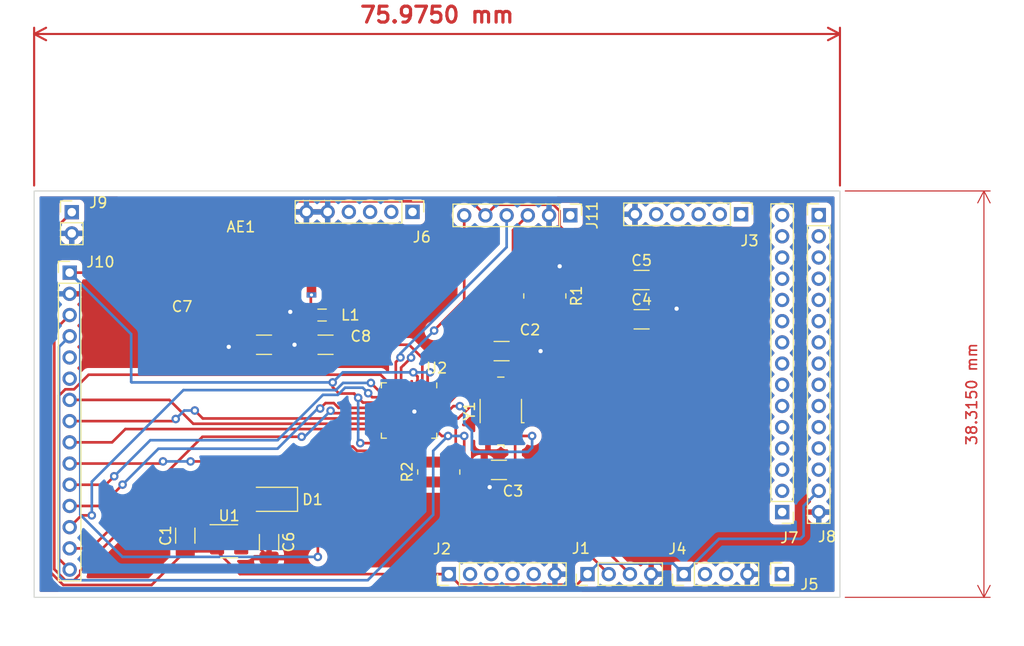
<source format=kicad_pcb>
(kicad_pcb (version 20211014) (generator pcbnew)
  (layers (0 "F.Cu" signal) (31 "B.Cu" signal) (34 "B.Paste" user) (35 "F.Paste" user) (36 "B.SilkS" user "B.Silkscreen") (37 "F.SilkS" user "F.Silkscreen") (38 "B.Mask" user) (39 "F.Mask" user) (44 "Edge.Cuts" user))
  (net 0 "")
  (net 1 "+5V")
  (net 2 "IO.TX")
  (net 3 "IO.RX")
  (net 4 "GND")
  (net 5 "IO.SCK")
  (net 6 "IO.CSB")
  (net 7 "IO.SDI")
  (net 8 "IO.SDO")
  (net 9 "+3.3V")
  (net 10 "F.IO0")
  (net 11 "F.IO1")
  (net 12 "F.CLK")
  (net 13 "F.CSB")
  (net 14 "IO11")
  (net 15 "IO12")
  (net 16 "IO7")
  (net 17 "+1V8")
  (net 18 "IO8")
  (net 19 "IO9")
  (net 20 "IO10")
  (net 21 "IO17")
  (net 22 "IO18")
  (net 23 "IO19")
  (net 24 "IO20")
  (net 25 "IO21")
  (net 26 "IO22")
  (net 27 "IO23")
  (net 28 "IO24")
  (net 29 "IO25")
  (net 30 "IO26")
  (net 31 "IO27")
  (net 32 "IO28")
  (net 33 "IO29")
  (net 34 "IO30")
  (net 35 "IO31")
  (net 36 "IO32")
  (net 37 "IO33")
  (net 38 "IO34")
  (net 39 "IO35")
  (net 40 "IO36")
  (net 41 "IO37")
  (net 43 "Net-(AE1-Pad2)")
  (net 44 "Net-(C2-Pad2)")
  (net 45 "Net-(C3-Pad2)")
  (net 46 "Net-(C6-Pad1)")
  (net 47 "UFL")
  (net 48 "3V3_REG")
  (net 51 "GPIO0")
  (net 52 "GPIO2")
  (net 53 "GPIO4")
  (net 54 "GPIO5")
  (net 55 "GPIO12")
  (net 56 "GPIO13")
  (net 57 "GPIO14")
  (net 58 "GPIO15")
  (net 59 "GPIO16")
  (net 60 "n_RST")
  (net 61 "CH_PD")
  (net 62 "ADC")
  (net 63 "Net-(R1-Pad2)")
  (net 64 "Net-(R2-Pad2)")
  (footprint "Capacitor_SMD:C_1206_3216Metric" (layer "F.Cu") (at 133.725 85.4 180)
    (fp_text reference "C2" (at -2.675 2) (layer "F.SilkS"))
    (fp_text value "6.8pF")
    (pad "1" smd roundrect (at -1.475 0 180) (size 1.15 1.8) (layers "F.Cu" "F.Paste" "F.Mask") (roundrect_rratio 0.217391) (net 4 "GND"))
    (pad "2" smd roundrect (at 1.475 0 180) (size 1.15 1.8) (layers "F.Cu" "F.Paste" "F.Mask") (roundrect_rratio 0.217391) (net 44 "Net-(C2-Pad2)"))
  )
  (footprint "Connector_PinHeader_2.00mm:PinHeader_1x04_P2.00mm_Vertical" (layer "F.Cu") (at 150.9 106.425 90)
    (fp_text reference "J4" (at 2.375 -0.6 180) (layer "F.SilkS"))
    (fp_text value "Conn_01x04_Male")
    (pad "1" thru_hole rect (at 0 0 90) (size 1.35 1.35) (drill 0.8) (layers *.Cu *.Mask) (net 1 "+5V"))
    (pad "2" thru_hole oval (at 0 2 90) (size 1.35 1.35) (drill 0.8) (layers *.Cu *.Mask) (net 14 "IO11"))
    (pad "3" thru_hole oval (at 0 4 90) (size 1.35 1.35) (drill 0.8) (layers *.Cu *.Mask) (net 15 "IO12"))
    (pad "4" thru_hole oval (at 0 6 90) (size 1.35 1.35) (drill 0.8) (layers *.Cu *.Mask) (net 4 "GND"))
  )
  (footprint "Crystal:Crystal_SMD_0603-4Pin_6.0x3.5mm" (layer "F.Cu") (at 133.65 91.05 90)
    (fp_text reference "Y1" (at 0 -2.95 90) (layer "F.SilkS"))
    (fp_text value "26MHz")
    (pad "1" smd rect (at -2.2 1.2 90) (size 1.8 1.4) (layers "F.Cu" "F.Paste" "F.Mask") (net 45 "Net-(C3-Pad2)"))
    (pad "2" smd rect (at 2.2 1.2 90) (size 1.8 1.4) (layers "F.Cu" "F.Paste" "F.Mask") (net 4 "GND"))
    (pad "3" smd rect (at 2.2 -1.2 90) (size 1.8 1.4) (layers "F.Cu" "F.Paste" "F.Mask") (net 44 "Net-(C2-Pad2)"))
    (pad "4" smd rect (at -2.2 -1.2 90) (size 1.8 1.4) (layers "F.Cu" "F.Paste" "F.Mask") (net 4 "GND"))
  )
  (footprint "Capacitor_SMD:C_1206_3216Metric" (layer "F.Cu") (at 146.925 78.7)
    (fp_text reference "C5" (at 0 -1.85) (layer "F.SilkS"))
    (fp_text value "22P")
    (pad "1" smd roundrect (at -1.475 0) (size 1.15 1.8) (layers "F.Cu" "F.Paste" "F.Mask") (roundrect_rratio 0.217391) (net 48 "3V3_REG"))
    (pad "2" smd roundrect (at 1.475 0) (size 1.15 1.8) (layers "F.Cu" "F.Paste" "F.Mask") (roundrect_rratio 0.217391) (net 4 "GND"))
  )
  (footprint "Capacitor_SMD:C_1206_3216Metric" (layer "F.Cu") (at 117.125 84.8 180)
    (fp_text reference "C8" (at -3.325 0.8) (layer "F.SilkS"))
    (fp_text value "2.4pF")
    (pad "1" smd roundrect (at -1.475 0 180) (size 1.15 1.8) (layers "F.Cu" "F.Paste" "F.Mask") (roundrect_rratio 0.217391) (net 47 "UFL"))
    (pad "2" smd roundrect (at 1.475 0 180) (size 1.15 1.8) (layers "F.Cu" "F.Paste" "F.Mask") (roundrect_rratio 0.217391) (net 4 "GND"))
  )
  (footprint "Connector_PinHeader_2.00mm:PinHeader_1x04_P2.00mm_Vertical" (layer "F.Cu") (at 141.825 106.425 90)
    (fp_text reference "J1" (at 2.425 -0.625 180) (layer "F.SilkS"))
    (fp_text value "Conn_01x04_Male")
    (pad "1" thru_hole rect (at 0 0 90) (size 1.35 1.35) (drill 0.8) (layers *.Cu *.Mask) (net 1 "+5V"))
    (pad "2" thru_hole oval (at 0 2 90) (size 1.35 1.35) (drill 0.8) (layers *.Cu *.Mask) (net 2 "IO.TX"))
    (pad "3" thru_hole oval (at 0 4 90) (size 1.35 1.35) (drill 0.8) (layers *.Cu *.Mask) (net 3 "IO.RX"))
    (pad "4" thru_hole oval (at 0 6 90) (size 1.35 1.35) (drill 0.8) (layers *.Cu *.Mask) (net 4 "GND"))
  )
  (footprint "Connector_PinHeader_2.00mm:PinHeader_1x06_P2.00mm_Vertical" (layer "F.Cu") (at 156.3 72.5 -90)
    (fp_text reference "J3" (at 2.5 -0.8 180) (layer "F.SilkS"))
    (fp_text value "Conn_01x06_Male")
    (pad "1" thru_hole rect (at 0 0 270) (size 1.35 1.35) (drill 0.8) (layers *.Cu *.Mask) (net 9 "+3.3V"))
    (pad "2" thru_hole oval (at 0 2 270) (size 1.35 1.35) (drill 0.8) (layers *.Cu *.Mask) (net 10 "F.IO0"))
    (pad "3" thru_hole oval (at 0 4 270) (size 1.35 1.35) (drill 0.8) (layers *.Cu *.Mask) (net 11 "F.IO1"))
    (pad "4" thru_hole oval (at 0 6 270) (size 1.35 1.35) (drill 0.8) (layers *.Cu *.Mask) (net 12 "F.CLK"))
    (pad "5" thru_hole oval (at 0 8 270) (size 1.35 1.35) (drill 0.8) (layers *.Cu *.Mask) (net 13 "F.CSB"))
    (pad "6" thru_hole oval (at 0 10 270) (size 1.35 1.35) (drill 0.8) (layers *.Cu *.Mask) (net 4 "GND"))
  )
  (footprint "Connector_PinHeader_2.00mm:PinHeader_1x06_P2.00mm_Vertical" (layer "F.Cu") (at 125.325 72.275 -90)
    (fp_text reference "J6" (at 2.375 -0.875) (layer "F.SilkS"))
    (fp_text value "Conn_01x06_Male")
    (pad "1" thru_hole rect (at 0 0 270) (size 1.35 1.35) (drill 0.8) (layers *.Cu *.Mask) (net 17 "+1V8"))
    (pad "2" thru_hole oval (at 0 2 270) (size 1.35 1.35) (drill 0.8) (layers *.Cu *.Mask) (net 17 "+1V8"))
    (pad "3" thru_hole oval (at 0 4 270) (size 1.35 1.35) (drill 0.8) (layers *.Cu *.Mask) (net 9 "+3.3V"))
    (pad "4" thru_hole oval (at 0 6 270) (size 1.35 1.35) (drill 0.8) (layers *.Cu *.Mask) (net 9 "+3.3V"))
    (pad "5" thru_hole oval (at 0 8 270) (size 1.35 1.35) (drill 0.8) (layers *.Cu *.Mask) (net 4 "GND"))
    (pad "6" thru_hole oval (at 0 10 270) (size 1.35 1.35) (drill 0.8) (layers *.Cu *.Mask) (net 4 "GND"))
  )
  (footprint "Connector_PinHeader_2.00mm:PinHeader_1x06_P2.00mm_Vertical" (layer "F.Cu") (at 128.75 106.425 90)
    (fp_text reference "J2" (at 2.375 -0.65 180) (layer "F.SilkS"))
    (fp_text value "Conn_01x06_Male")
    (pad "1" thru_hole rect (at 0 0 90) (size 1.35 1.35) (drill 0.8) (layers *.Cu *.Mask) (net 1 "+5V"))
    (pad "2" thru_hole oval (at 0 2 90) (size 1.35 1.35) (drill 0.8) (layers *.Cu *.Mask) (net 5 "IO.SCK"))
    (pad "3" thru_hole oval (at 0 4 90) (size 1.35 1.35) (drill 0.8) (layers *.Cu *.Mask) (net 6 "IO.CSB"))
    (pad "4" thru_hole oval (at 0 6 90) (size 1.35 1.35) (drill 0.8) (layers *.Cu *.Mask) (net 7 "IO.SDI"))
    (pad "5" thru_hole oval (at 0 8 90) (size 1.35 1.35) (drill 0.8) (layers *.Cu *.Mask) (net 8 "IO.SDO"))
    (pad "6" thru_hole oval (at 0 10 90) (size 1.35 1.35) (drill 0.8) (layers *.Cu *.Mask) (net 4 "GND"))
  )
  (footprint "Package_TO_SOT_SMD:SOT-23-5" (layer "F.Cu") (at 108.0375 103.325)
    (fp_text reference "U1" (at 0 -2.4) (layer "F.SilkS"))
    (fp_text value "AP2127K-3.3")
    (pad "1" smd roundrect (at -1.1375 -0.95) (size 1.325 0.6) (layers "F.Cu" "F.Paste" "F.Mask") (net 1 "+5V"))
    (pad "2" smd roundrect (at -1.1375 0) (size 1.325 0.6) (layers "F.Cu" "F.Paste" "F.Mask") (net 4 "GND"))
    (pad "3" smd roundrect (at -1.1375 0.95) (size 1.325 0.6) (layers "F.Cu" "F.Paste" "F.Mask") (net 1 "+5V"))
    (pad "4" smd roundrect (at 1.1375 0.95) (size 1.325 0.6) (layers "F.Cu" "F.Paste" "F.Mask"))
    (pad "5" smd roundrect (at 1.1375 -0.95) (size 1.325 0.6) (layers "F.Cu" "F.Paste" "F.Mask") (net 46 "Net-(C6-Pad1)"))
  )
  (footprint "RF_Antenna:Texas_SWRA117D_2.4GHz_Left" (layer "F.Cu") (at 113.7 80.1)
    (fp_text reference "AE1" (at -4.55 -6.41) (layer "F.SilkS"))
    (fp_text value "Antenna_Chip")
    (fp_poly (pts (xy -2.45 -2.51) (xy -4.45 -2.51) (xy -4.45 -5.15) (xy -7.15 -5.15) (xy -7.15 -2.51) (xy -9.15 -2.51) (xy -9.15 -5.15) (xy -11.85 -5.15) (xy -11.85 -0.71) (xy -11.35 -0.71) (xy -11.35 -4.65) (xy -9.65 -4.65) (xy -9.65 -2.01) (xy -6.65 -2.01) (xy -6.65 -4.65) (xy -4.95 -4.65) (xy -4.95 -2.01) (xy -1.95 -2.01) (xy -1.95 -4.65) (xy -0.25 -4.65) (xy -0.25 0.25) (xy 0.25 0.25) (xy 0.25 -4.65) (xy 1.65 -4.65) (xy 1.65 0.25) (xy 2.55 0.25) (xy 2.55 0.006785) (xy 2.247583 0.006785) (xy 2.237742 0.054395) (xy 2.213674 0.096797) (xy 2.175731 0.129581) (xy 2.167819 0.133935) (xy 2.125156 0.146043) (xy 2.076637 0.1453) (xy 2.031122 0.1324) (xy 2.012511 0.121787) (xy 1.978868 0.086553) (xy 1.958309 0.041368) (xy 1.951778 -0.008158) (xy 1.960218 -0.056417) (xy 1.977112 -0.088643) (xy 2.012372 -0.121313) (xy 2.057682 -0.141408) (xy 2.107267 -0.147982) (xy 2.155353 -0.140092) (xy 2.188245 -0.123186) (xy 2.223185 -0.086416) (xy 2.242847 -0.041622) (xy 2.247583 0.006785) (xy 2.55 0.006785) (xy 2.55 -5.15) (xy -2.45 -5.15) (xy -2.45 -2.51)) (layer "F.Cu") (width 0) (fill solid))
    (pad "1" connect rect (at 0 0) (size 0.5 0.5) (layers "F.Cu") (net 4 "GND"))
    (pad "2" thru_hole rect (at 2.1 0) (size 0.9 0.5) (drill 0.3) (layers *.Cu) (net 43 "Net-(AE1-Pad2)"))
  )
  (footprint "Connector_PinHeader_2.00mm:PinHeader_1x15_P2.00mm_Vertical" (layer "F.Cu") (at 160.175 100.575 180)
    (fp_text reference "J7" (at -0.675 -2.425) (layer "F.SilkS"))
    (fp_text value "Conn_01x15_Male")
    (pad "1" thru_hole rect (at 0 0 180) (size 1.35 1.35) (drill 0.8) (layers *.Cu *.Mask) (net 16 "IO7"))
    (pad "2" thru_hole oval (at 0 2 180) (size 1.35 1.35) (drill 0.8) (layers *.Cu *.Mask) (net 18 "IO8"))
    (pad "3" thru_hole oval (at 0 4 180) (size 1.35 1.35) (drill 0.8) (layers *.Cu *.Mask) (net 19 "IO9"))
    (pad "4" thru_hole oval (at 0 6 180) (size 1.35 1.35) (drill 0.8) (layers *.Cu *.Mask) (net 20 "IO10"))
    (pad "5" thru_hole oval (at 0 8 180) (size 1.35 1.35) (drill 0.8) (layers *.Cu *.Mask) (net 14 "IO11"))
    (pad "6" thru_hole oval (at 0 10 180) (size 1.35 1.35) (drill 0.8) (layers *.Cu *.Mask) (net 15 "IO12"))
    (pad "7" thru_hole oval (at 0 12 180) (size 1.35 1.35) (drill 0.8) (layers *.Cu *.Mask) (net 21 "IO17"))
    (pad "8" thru_hole oval (at 0 14 180) (size 1.35 1.35) (drill 0.8) (layers *.Cu *.Mask) (net 22 "IO18"))
    (pad "9" thru_hole oval (at 0 16 180) (size 1.35 1.35) (drill 0.8) (layers *.Cu *.Mask) (net 23 "IO19"))
    (pad "10" thru_hole oval (at 0 18 180) (size 1.35 1.35) (drill 0.8) (layers *.Cu *.Mask) (net 24 "IO20"))
    (pad "11" thru_hole oval (at 0 20 180) (size 1.35 1.35) (drill 0.8) (layers *.Cu *.Mask) (net 25 "IO21"))
    (pad "12" thru_hole oval (at 0 22 180) (size 1.35 1.35) (drill 0.8) (layers *.Cu *.Mask) (net 26 "IO22"))
    (pad "13" thru_hole oval (at 0 24 180) (size 1.35 1.35) (drill 0.8) (layers *.Cu *.Mask) (net 27 "IO23"))
    (pad "14" thru_hole oval (at 0 26 180) (size 1.35 1.35) (drill 0.8) (layers *.Cu *.Mask) (net 28 "IO24"))
    (pad "15" thru_hole oval (at 0 28 180) (size 1.35 1.35) (drill 0.8) (layers *.Cu *.Mask) (net 29 "IO25"))
  )
  (footprint "Capacitor_SMD:C_1206_3216Metric" (layer "F.Cu") (at 133.475 96.6)
    (fp_text reference "C3" (at 1.325 2) (layer "F.SilkS"))
    (fp_text value "6.8pF")
    (pad "1" smd roundrect (at -1.475 0) (size 1.15 1.8) (layers "F.Cu" "F.Paste" "F.Mask") (roundrect_rratio 0.217391) (net 4 "GND"))
    (pad "2" smd roundrect (at 1.475 0) (size 1.15 1.8) (layers "F.Cu" "F.Paste" "F.Mask") (roundrect_rratio 0.217391) (net 45 "Net-(C3-Pad2)"))
  )
  (footprint "Capacitor_SMD:C_1206_3216Metric" (layer "F.Cu") (at 146.925 82.4)
    (fp_text reference "C4" (at 0 -1.85) (layer "F.SilkS"))
    (fp_text value "22P")
    (pad "1" smd roundrect (at -1.475 0) (size 1.15 1.8) (layers "F.Cu" "F.Paste" "F.Mask") (roundrect_rratio 0.217391) (net 48 "3V3_REG"))
    (pad "2" smd roundrect (at 1.475 0) (size 1.15 1.8) (layers "F.Cu" "F.Paste" "F.Mask") (roundrect_rratio 0.217391) (net 4 "GND"))
  )
  (footprint "Diode_SMD:D_1206_3216Metric" (layer "F.Cu") (at 112.2 99.375 180)
    (fp_text reference "D1" (at -3.7 -0.025) (layer "F.SilkS"))
    (fp_text value "D_Schottky")
    (pad "1" smd roundrect (at -1.4 0 180) (size 1.25 1.75) (layers "F.Cu" "F.Paste" "F.Mask") (roundrect_rratio 0.2) (net 48 "3V3_REG"))
    (pad "2" smd roundrect (at 1.4 0 180) (size 1.25 1.75) (layers "F.Cu" "F.Paste" "F.Mask") (roundrect_rratio 0.2) (net 46 "Net-(C6-Pad1)"))
  )
  (footprint "Capacitor_SMD:C_1206_3216Metric" (layer "F.Cu") (at 111.325 84.8 180)
    (fp_text reference "C7" (at 7.725 3.6) (layer "F.SilkS"))
    (fp_text value "2.4pF")
    (pad "1" smd roundrect (at -1.475 0 180) (size 1.15 1.8) (layers "F.Cu" "F.Paste" "F.Mask") (roundrect_rratio 0.217391) (net 43 "Net-(AE1-Pad2)"))
    (pad "2" smd roundrect (at 1.475 0 180) (size 1.15 1.8) (layers "F.Cu" "F.Paste" "F.Mask") (roundrect_rratio 0.217391) (net 4 "GND"))
  )
  (footprint "Capacitor_SMD:C_1206_3216Metric" (layer "F.Cu") (at 111.8 103.4 -90)
    (fp_text reference "C6" (at 0 -1.85 90) (layer "F.SilkS"))
    (fp_text value "1 uF")
    (pad "1" smd roundrect (at -1.475 0 270) (size 1.15 1.8) (layers "F.Cu" "F.Paste" "F.Mask") (roundrect_rratio 0.217391) (net 46 "Net-(C6-Pad1)"))
    (pad "2" smd roundrect (at 1.475 0 270) (size 1.15 1.8) (layers "F.Cu" "F.Paste" "F.Mask") (roundrect_rratio 0.217391) (net 4 "GND"))
  )
  (footprint "Inductor_SMD:L_0805_2012Metric" (layer "F.Cu") (at 116.8 82)
    (fp_text reference "L1" (at 2.6625 0) (layer "F.SilkS"))
    (fp_text value "2.2nH")
    (pad "1" smd roundrect (at -1.0625 0) (size 0.875 1.2) (layers "F.Cu" "F.Paste" "F.Mask") (net 43 "Net-(AE1-Pad2)"))
    (pad "2" smd roundrect (at 1.0625 0) (size 0.875 1.2) (layers "F.Cu" "F.Paste" "F.Mask") (net 47 "UFL"))
  )
  (footprint "Connector_PinHeader_2.00mm:PinHeader_1x15_P2.00mm_Vertical" (layer "F.Cu") (at 93 78)
    (fp_text reference "J10" (at 2.9 -1) (layer "F.SilkS"))
    (fp_text value "Conn_01x15")
    (pad "1" thru_hole rect (at 0 0) (size 1.35 1.35) (drill 0.8) (layers *.Cu *.Mask) (net 48 "3V3_REG"))
    (pad "2" thru_hole oval (at 0 2) (size 1.35 1.35) (drill 0.8) (layers *.Cu *.Mask) (net 4 "GND"))
    (pad "3" thru_hole oval (at 0 4) (size 1.35 1.35) (drill 0.8) (layers *.Cu *.Mask) (net 2 "IO.TX"))
    (pad "4" thru_hole oval (at 0 6) (size 1.35 1.35) (drill 0.8) (layers *.Cu *.Mask) (net 3 "IO.RX"))
    (pad "5" thru_hole oval (at 0 8) (size 1.35 1.35) (drill 0.8) (layers *.Cu *.Mask))
    (pad "6" thru_hole oval (at 0 10) (size 1.35 1.35) (drill 0.8) (layers *.Cu *.Mask))
    (pad "7" thru_hole oval (at 0 12) (size 1.35 1.35) (drill 0.8) (layers *.Cu *.Mask) (net 51 "GPIO0"))
    (pad "8" thru_hole oval (at 0 14) (size 1.35 1.35) (drill 0.8) (layers *.Cu *.Mask) (net 52 "GPIO2"))
    (pad "9" thru_hole oval (at 0 16) (size 1.35 1.35) (drill 0.8) (layers *.Cu *.Mask) (net 53 "GPIO4"))
    (pad "10" thru_hole oval (at 0 18) (size 1.35 1.35) (drill 0.8) (layers *.Cu *.Mask) (net 54 "GPIO5"))
    (pad "11" thru_hole oval (at 0 20) (size 1.35 1.35) (drill 0.8) (layers *.Cu *.Mask) (net 55 "GPIO12"))
    (pad "12" thru_hole oval (at 0 22) (size 1.35 1.35) (drill 0.8) (layers *.Cu *.Mask) (net 56 "GPIO13"))
    (pad "13" thru_hole oval (at 0 24) (size 1.35 1.35) (drill 0.8) (layers *.Cu *.Mask) (net 57 "GPIO14"))
    (pad "14" thru_hole oval (at 0 26) (size 1.35 1.35) (drill 0.8) (layers *.Cu *.Mask) (net 58 "GPIO15"))
    (pad "15" thru_hole oval (at 0 28) (size 1.35 1.35) (drill 0.8) (layers *.Cu *.Mask) (net 59 "GPIO16"))
  )
  (footprint "Connector_PinHeader_2.00mm:PinHeader_1x15_P2.00mm_Vertical" (layer "F.Cu") (at 163.625 72.575)
    (fp_text reference "J8" (at 0.775 30.325) (layer "F.SilkS"))
    (fp_text value "Conn_01x15_Male")
    (pad "1" thru_hole rect (at 0 0) (size 1.35 1.35) (drill 0.8) (layers *.Cu *.Mask) (net 30 "IO26"))
    (pad "2" thru_hole oval (at 0 2) (size 1.35 1.35) (drill 0.8) (layers *.Cu *.Mask) (net 31 "IO27"))
    (pad "3" thru_hole oval (at 0 4) (size 1.35 1.35) (drill 0.8) (layers *.Cu *.Mask) (net 32 "IO28"))
    (pad "4" thru_hole oval (at 0 6) (size 1.35 1.35) (drill 0.8) (layers *.Cu *.Mask) (net 33 "IO29"))
    (pad "5" thru_hole oval (at 0 8) (size 1.35 1.35) (drill 0.8) (layers *.Cu *.Mask) (net 34 "IO30"))
    (pad "6" thru_hole oval (at 0 10) (size 1.35 1.35) (drill 0.8) (layers *.Cu *.Mask) (net 35 "IO31"))
    (pad "7" thru_hole oval (at 0 12) (size 1.35 1.35) (drill 0.8) (layers *.Cu *.Mask) (net 36 "IO32"))
    (pad "8" thru_hole oval (at 0 14) (size 1.35 1.35) (drill 0.8) (layers *.Cu *.Mask) (net 37 "IO33"))
    (pad "9" thru_hole oval (at 0 16) (size 1.35 1.35) (drill 0.8) (layers *.Cu *.Mask) (net 38 "IO34"))
    (pad "10" thru_hole oval (at 0 18) (size 1.35 1.35) (drill 0.8) (layers *.Cu *.Mask) (net 39 "IO35"))
    (pad "11" thru_hole oval (at 0 20) (size 1.35 1.35) (drill 0.8) (layers *.Cu *.Mask) (net 40 "IO36"))
    (pad "12" thru_hole oval (at 0 22) (size 1.35 1.35) (drill 0.8) (layers *.Cu *.Mask) (net 41 "IO37"))
    (pad "13" thru_hole oval (at 0 24) (size 1.35 1.35) (drill 0.8) (layers *.Cu *.Mask))
    (pad "14" thru_hole oval (at 0 26) (size 1.35 1.35) (drill 0.8) (layers *.Cu *.Mask) (net 1 "+5V"))
    (pad "15" thru_hole oval (at 0 28) (size 1.35 1.35) (drill 0.8) (layers *.Cu *.Mask) (net 4 "GND"))
  )
  (footprint "Package_DFN_QFN:QFN-32-1EP_5x5mm_P0.5mm_EP3.45x3.45mm" (layer "F.Cu") (at 125 91 -90)
    (fp_text reference "U2" (at -4 -2.6 180) (layer "F.SilkS"))
    (fp_text value "ESP8266EX")
    (pad "1" smd roundrect (at -2.4375 -1.75 270) (size 0.875 0.25) (layers "F.Cu" "F.Paste" "F.Mask") (net 48 "3V3_REG"))
    (pad "2" smd roundrect (at -2.4375 -1.25 270) (size 0.875 0.25) (layers "F.Cu" "F.Paste" "F.Mask") (net 47 "UFL"))
    (pad "3" smd roundrect (at -2.4375 -0.75 270) (size 0.875 0.25) (layers "F.Cu" "F.Paste" "F.Mask") (net 48 "3V3_REG"))
    (pad "4" smd roundrect (at -2.4375 -0.25 270) (size 0.875 0.25) (layers "F.Cu" "F.Paste" "F.Mask") (net 48 "3V3_REG"))
    (pad "5" smd roundrect (at -2.4375 0.25 270) (size 0.875 0.25) (layers "F.Cu" "F.Paste" "F.Mask"))
    (pad "6" smd roundrect (at -2.4375 0.75 270) (size 0.875 0.25) (layers "F.Cu" "F.Paste" "F.Mask") (net 62 "ADC"))
    (pad "7" smd roundrect (at -2.4375 1.25 270) (size 0.875 0.25) (layers "F.Cu" "F.Paste" "F.Mask") (net 61 "CH_PD"))
    (pad "8" smd roundrect (at -2.4375 1.75 270) (size 0.875 0.25) (layers "F.Cu" "F.Paste" "F.Mask") (net 59 "GPIO16"))
    (pad "9" smd roundrect (at -1.75 2.4375 270) (size 0.25 0.875) (layers "F.Cu" "F.Paste" "F.Mask") (net 57 "GPIO14"))
    (pad "10" smd roundrect (at -1.25 2.4375 270) (size 0.25 0.875) (layers "F.Cu" "F.Paste" "F.Mask") (net 55 "GPIO12"))
    (pad "11" smd roundrect (at -0.75 2.4375 270) (size 0.25 0.875) (layers "F.Cu" "F.Paste" "F.Mask") (net 48 "3V3_REG"))
    (pad "12" smd roundrect (at -0.25 2.4375 270) (size 0.25 0.875) (layers "F.Cu" "F.Paste" "F.Mask") (net 56 "GPIO13"))
    (pad "13" smd roundrect (at 0.25 2.4375 270) (size 0.25 0.875) (layers "F.Cu" "F.Paste" "F.Mask") (net 58 "GPIO15"))
    (pad "14" smd roundrect (at 0.75 2.4375 270) (size 0.25 0.875) (layers "F.Cu" "F.Paste" "F.Mask") (net 52 "GPIO2"))
    (pad "15" smd roundrect (at 1.25 2.4375 270) (size 0.25 0.875) (layers "F.Cu" "F.Paste" "F.Mask") (net 51 "GPIO0"))
    (pad "16" smd roundrect (at 1.75 2.4375 270) (size 0.25 0.875) (layers "F.Cu" "F.Paste" "F.Mask") (net 53 "GPIO4"))
    (pad "17" smd roundrect (at 2.4375 1.75 270) (size 0.875 0.25) (layers "F.Cu" "F.Paste" "F.Mask") (net 48 "3V3_REG"))
    (pad "18" smd roundrect (at 2.4375 1.25 270) (size 0.875 0.25) (layers "F.Cu" "F.Paste" "F.Mask"))
    (pad "19" smd roundrect (at 2.4375 0.75 270) (size 0.875 0.25) (layers "F.Cu" "F.Paste" "F.Mask"))
    (pad "20" smd roundrect (at 2.4375 0.25 270) (size 0.875 0.25) (layers "F.Cu" "F.Paste" "F.Mask"))
    (pad "21" smd roundrect (at 2.4375 -0.25 270) (size 0.875 0.25) (layers "F.Cu" "F.Paste" "F.Mask"))
    (pad "22" smd roundrect (at 2.4375 -0.75 270) (size 0.875 0.25) (layers "F.Cu" "F.Paste" "F.Mask"))
    (pad "23" smd roundrect (at 2.4375 -1.25 270) (size 0.875 0.25) (layers "F.Cu" "F.Paste" "F.Mask"))
    (pad "24" smd roundrect (at 2.4375 -1.75 270) (size 0.875 0.25) (layers "F.Cu" "F.Paste" "F.Mask") (net 54 "GPIO5"))
    (pad "25" smd roundrect (at 1.75 -2.4375 270) (size 0.25 0.875) (layers "F.Cu" "F.Paste" "F.Mask") (net 3 "IO.RX"))
    (pad "26" smd roundrect (at 1.25 -2.4375 270) (size 0.25 0.875) (layers "F.Cu" "F.Paste" "F.Mask") (net 64 "Net-(R2-Pad2)"))
    (pad "27" smd roundrect (at 0.75 -2.4375 270) (size 0.25 0.875) (layers "F.Cu" "F.Paste" "F.Mask") (net 44 "Net-(C2-Pad2)"))
    (pad "28" smd roundrect (at 0.25 -2.4375 270) (size 0.25 0.875) (layers "F.Cu" "F.Paste" "F.Mask") (net 45 "Net-(C3-Pad2)"))
    (pad "29" smd roundrect (at -0.25 -2.4375 270) (size 0.25 0.875) (layers "F.Cu" "F.Paste" "F.Mask") (net 48 "3V3_REG"))
    (pad "30" smd roundrect (at -0.75 -2.4375 270) (size 0.25 0.875) (layers "F.Cu" "F.Paste" "F.Mask") (net 48 "3V3_REG"))
    (pad "31" smd roundrect (at -1.25 -2.4375 270) (size 0.25 0.875) (layers "F.Cu" "F.Paste" "F.Mask") (net 63 "Net-(R1-Pad2)"))
    (pad "32" smd roundrect (at -1.75 -2.4375 270) (size 0.25 0.875) (layers "F.Cu" "F.Paste" "F.Mask") (net 60 "n_RST"))
    (pad "33" smd rect (at 0 0 270) (size 3.45 3.45) (layers "F.Cu" "F.Mask") (net 4 "GND"))
  )
  (footprint "Resistor_SMD:R_0815_2038Metric" (layer "F.Cu") (at 137.8 80.2 -90)
    (fp_text reference "R1" (at 0 -2.98 90) (layer "F.SilkS"))
    (fp_text value "R")
    (pad "1" smd roundrect (at -0.9375 0 270) (size 1.025 4.05) (layers "F.Cu" "F.Paste" "F.Mask") (roundrect_rratio 0.243902) (net 4 "GND"))
    (pad "2" smd roundrect (at 0.9375 0 270) (size 1.025 4.05) (layers "F.Cu" "F.Paste" "F.Mask") (roundrect_rratio 0.243902) (net 63 "Net-(R1-Pad2)"))
  )
  (footprint "Connector_PinHeader_2.00mm:PinHeader_1x01_P2.00mm_Vertical" (layer "F.Cu") (at 160.15 106.425)
    (fp_text reference "J5" (at 2.6 0.975) (layer "F.SilkS"))
    (fp_text value "Conn_01x01_Male")
    (pad "1" thru_hole rect (at 0 0) (size 1.35 1.35) (drill 0.8) (layers *.Cu *.Mask) (net 16 "IO7"))
  )
  (footprint "Resistor_SMD:R_0815_2038Metric" (layer "F.Cu") (at 127.8 96.8 90)
    (fp_text reference "R2" (at 0 -2.98 90) (layer "F.SilkS"))
    (fp_text value "499")
    (pad "1" smd roundrect (at -0.9375 0 90) (size 1.025 4.05) (layers "F.Cu" "F.Paste" "F.Mask") (roundrect_rratio 0.243902) (net 2 "IO.TX"))
    (pad "2" smd roundrect (at 0.9375 0 90) (size 1.025 4.05) (layers "F.Cu" "F.Paste" "F.Mask") (roundrect_rratio 0.243902) (net 64 "Net-(R2-Pad2)"))
  )
  (footprint "Capacitor_SMD:C_1206_3216Metric" (layer "F.Cu") (at 103.9 102.8 90)
    (fp_text reference "C1" (at 0 -1.85 90) (layer "F.SilkS"))
    (fp_text value "1 uF")
    (pad "1" smd roundrect (at -1.475 0 90) (size 1.15 1.8) (layers "F.Cu" "F.Paste" "F.Mask") (roundrect_rratio 0.217391) (net 1 "+5V"))
    (pad "2" smd roundrect (at 1.475 0 90) (size 1.15 1.8) (layers "F.Cu" "F.Paste" "F.Mask") (roundrect_rratio 0.217391) (net 4 "GND"))
  )
  (footprint "Connector_PinHeader_2.00mm:PinHeader_1x06_P2.00mm_Vertical" (layer "F.Cu") (at 140.2 72.6 -90)
    (fp_text reference "J11" (at 0 -2.06 90) (layer "F.SilkS"))
    (fp_text value "Conn_01x06")
    (pad "1" thru_hole rect (at 0 0 270) (size 1.35 1.35) (drill 0.8) (layers *.Cu *.Mask))
    (pad "2" thru_hole oval (at 0 2 270) (size 1.35 1.35) (drill 0.8) (layers *.Cu *.Mask) (net 4 "GND"))
    (pad "3" thru_hole oval (at 0 4 270) (size 1.35 1.35) (drill 0.8) (layers *.Cu *.Mask) (net 60 "n_RST"))
    (pad "4" thru_hole oval (at 0 6 270) (size 1.35 1.35) (drill 0.8) (layers *.Cu *.Mask) (net 61 "CH_PD"))
    (pad "5" thru_hole oval (at 0 8 270) (size 1.35 1.35) (drill 0.8) (layers *.Cu *.Mask) (net 48 "3V3_REG"))
    (pad "6" thru_hole oval (at 0 10 270) (size 1.35 1.35) (drill 0.8) (layers *.Cu *.Mask) (net 62 "ADC"))
  )
  (footprint "Connector_PinHeader_2.00mm:PinHeader_1x02_P2.00mm_Vertical" (layer "F.Cu") (at 93.2 72.3)
    (fp_text reference "J9" (at 2.5 -0.9) (layer "F.SilkS"))
    (fp_text value "Conn_01x02_Male")
    (pad "1" thru_hole rect (at 0 0) (size 1.35 1.35) (drill 0.8) (layers *.Cu *.Mask) (net 1 "+5V"))
    (pad "2" thru_hole oval (at 0 2) (size 1.35 1.35) (drill 0.8) (layers *.Cu *.Mask) (net 4 "GND"))
  )
  (gr_rect (start 89.65 70.3) (end 165.625 108.615) (layer "Edge.Cuts") (width 0.1) (fill none))
  (dimension (type aligned) (layer "F.Cu") (pts (xy 89.65 70.285) (xy 165.625 70.285)) (height -14.785) (gr_text "75.9750 mm" (at 127.6375 53.7) (layer "F.Cu") (effects (font (size 1.5 1.5) (thickness 0.3)))) (format (units 3) (units_format 1) (precision 4)) (style (thickness 0.2) (arrow_length 1.27) (text_position_mode 0) (extension_height 0.58642) (extension_offset 0.5) keep_text_aligned))
  (dimension (type aligned) (layer "F.Cu") (pts (xy 165.625 70.3) (xy 165.625 108.615)) (height -13.575) (gr_text "38.3150 mm" (at 178.05 89.4575 90) (layer "F.Cu") (effects (font (size 1 1) (thickness 0.15)))) (format (units 3) (units_format 1) (precision 4)) (style (thickness 0.1) (arrow_length 1.27) (text_position_mode 0) (extension_height 0.58642) (extension_offset 0.5) keep_text_aligned))
  (segment (start 91.1 106.15061) (end 91.1 74.4) (width 0.25) (layer "F.Cu") (net 1))
  (segment (start 105.7 103.575) (end 105.7 102.475) (width 0.25) (layer "F.Cu") (net 1))
  (segment (start 105.7 102.475) (end 105.8 102.375) (width 0.25) (layer "F.Cu") (net 1))
  (segment (start 106.9 104.275) (end 109.05 106.425) (width 0.25) (layer "F.Cu") (net 1))
  (segment (start 128.75 106.425) (end 129.75 107.425) (width 0.25) (layer "F.Cu") (net 1))
  (segment (start 109.05 106.425) (end 128.75 106.425) (width 0.25) (layer "F.Cu") (net 1))
  (segment (start 105.8 102.375) (end 106.9 102.375) (width 0.25) (layer "F.Cu") (net 1))
  (segment (start 105 104.275) (end 105.7 103.575) (width 0.25) (layer "F.Cu") (net 1))
  (segment (start 103.9 104.275) (end 106.9 104.275) (width 0.25) (layer "F.Cu") (net 1))
  (segment (start 140.825 107.425) (end 141.825 106.425) (width 0.25) (layer "F.Cu") (net 1))
  (segment (start 129.75 107.425) (end 140.825 107.425) (width 0.25) (layer "F.Cu") (net 1))
  (segment (start 100.725 107.45) (end 92.39939 107.45) (width 0.25) (layer "F.Cu") (net 1))
  (segment (start 103.9 104.275) (end 105 104.275) (width 0.25) (layer "F.Cu") (net 1))
  (segment (start 103.9 104.275) (end 100.725 107.45) (width 0.25) (layer "F.Cu") (net 1))
  (segment (start 92.39939 107.45) (end 91.1 106.15061) (width 0.25) (layer "F.Cu") (net 1))
  (segment (start 91.1 74.4) (end 93.2 72.3) (width 0.25) (layer "F.Cu") (net 1))
  (segment (start 161.9 103.1) (end 162.2 102.8) (width 0.25) (layer "B.Cu") (net 1))
  (segment (start 162.2 100) (end 163.625 98.575) (width 0.25) (layer "B.Cu") (net 1))
  (segment (start 150.9 106.425) (end 154.225 103.1) (width 0.25) (layer "B.Cu") (net 1))
  (segment (start 162.2 102.8) (end 162.2 100) (width 0.25) (layer "B.Cu") (net 1))
  (segment (start 149.9 105.425) (end 150.9 106.425) (width 0.25) (layer "B.Cu") (net 1))
  (segment (start 141.825 106.425) (end 142.825 105.425) (width 0.25) (layer "B.Cu") (net 1))
  (segment (start 142.825 105.425) (end 149.9 105.425) (width 0.25) (layer "B.Cu") (net 1))
  (segment (start 154.225 103.1) (end 161.9 103.1) (width 0.25) (layer "B.Cu") (net 1))
  (segment (start 94 106.1) (end 94 106.414214) (width 0.25) (layer "F.Cu") (net 2))
  (segment (start 129.4625 99.4) (end 136.8 99.4) (width 0.25) (layer "F.Cu") (net 2))
  (segment (start 136.8 99.4) (end 143.825 106.425) (width 0.25) (layer "F.Cu") (net 2))
  (segment (start 91.55 105.964214) (end 91.55 83.45) (width 0.25) (layer "F.Cu") (net 2))
  (segment (start 94 106.414214) (end 93.414214 107) (width 0.25) (layer "F.Cu") (net 2))
  (segment (start 93.414214 107) (end 92.585786 107) (width 0.25) (layer "F.Cu") (net 2))
  (segment (start 92.585786 107) (end 91.55 105.964214) (width 0.25) (layer "F.Cu") (net 2))
  (segment (start 91.55 83.45) (end 93 82) (width 0.25) (layer "F.Cu") (net 2))
  (segment (start 127.8 97.7375) (end 102.3625 97.7375) (width 0.25) (layer "F.Cu") (net 2))
  (segment (start 102.3625 97.7375) (end 94 106.1) (width 0.25) (layer "F.Cu") (net 2))
  (segment (start 127.8 97.7375) (end 129.4625 99.4) (width 0.25) (layer "F.Cu") (net 2))
  (segment (start 130.8 98.4) (end 131.35 98.95) (width 0.25) (layer "F.Cu") (net 3))
  (segment (start 130.8 97.188173) (end 130.8 98.4) (width 0.25) (layer "F.Cu") (net 3))
  (segment (start 138.35 98.95) (end 145.825 106.425) (width 0.25) (layer "F.Cu") (net 3))
  (segment (start 128.6755 93.4) (end 128.0875 93.4) (width 0.25) (layer "F.Cu") (net 3))
  (segment (start 130.2 96.588173) (end 130.8 97.188173) (width 0.25) (layer "F.Cu") (net 3))
  (segment (start 128.0875 93.4) (end 127.4375 92.75) (width 0.25) (layer "F.Cu") (net 3))
  (segment (start 130.2 93.4) (end 130.2 96.588173) (width 0.25) (layer "F.Cu") (net 3))
  (segment (start 131.35 98.95) (end 138.35 98.95) (width 0.25) (layer "F.Cu") (net 3))
  (via (at 128.6755 93.4) (size 0.8) (drill 0.4) (layers "F.Cu" "B.Cu") (net 3))
  (via (at 130.2 93.4) (size 0.8) (drill 0.4) (layers "F.Cu" "B.Cu") (net 3))
  (segment (start 127.2755 100.8245) (end 121.1 107) (width 0.25) (layer "B.Cu") (net 3))
  (segment (start 128.6755 93.4) (end 127.2755 94.8) (width 0.25) (layer "B.Cu") (net 3))
  (segment (start 127.2755 94.8) (end 127.2755 100.8245) (width 0.25) (layer "B.Cu") (net 3))
  (segment (start 92 106.6) (end 92 85) (width 0.25) (layer "B.Cu") (net 3))
  (segment (start 92.4 107) (end 92 106.6) (width 0.25) (layer "B.Cu") (net 3))
  (segment (start 121.1 107) (end 92.4 107) (width 0.25) (layer "B.Cu") (net 3))
  (segment (start 128.6755 93.4) (end 130.2 93.4) (width 0.25) (layer "B.Cu") (net 3))
  (segment (start 92 85) (end 93 84) (width 0.25) (layer "B.Cu") (net 3))
  (segment (start 132.3 96.3) (end 132 96.6) (width 0.25) (layer "F.Cu") (net 4))
  (segment (start 113.7 80.1) (end 113.7 81.6) (width 0.2) (layer "F.Cu") (net 4))
  (segment (start 106.9 103.325) (end 108.225 103.325) (width 0.25) (layer "F.Cu") (net 4))
  (segment (start 149.225 82.4) (end 150.225 81.4) (width 0.25) (layer "F.Cu") (net 4))
  (segment (start 137.8 78.8) (end 139.2 77.4) (width 0.25) (layer "F.Cu") (net 4))
  (segment (start 110.25 103.325) (end 111.8 104.875) (width 0.25) (layer "F.Cu") (net 4))
  (segment (start 113.7 81.6) (end 113.8 81.7) (width 0.2) (layer "F.Cu") (net 4))
  (segment (start 135.2 85.4) (end 135 85.6) (width 0.25) (layer "F.Cu") (net 4))
  (segment (start 132.6 98.2255) (end 132 97.6255) (width 0.25) (layer "F.Cu") (net 4))
  (segment (start 107.8875 102.028249) (end 107.184251 101.325) (width 0.25) (layer "F.Cu") (net 4))
  (segment (start 135 85.6) (end 135 88.1) (width 0.25) (layer "F.Cu") (net 4))
  (segment (start 108.225 103.325) (end 107.8875 102.9875) (width 0.25) (layer "F.Cu") (net 4))
  (segment (start 107.8875 102.9875) (end 107.8875 102.028249) (width 0.25) (layer "F.Cu") (net 4))
  (segment (start 132 97.6255) (end 132 96.6) (width 0.25) (layer "F.Cu") (net 4))
  (segment (start 125.4 91) (end 125.5 91.1) (width 0.25) (layer "F.Cu") (net 4))
  (segment (start 132.3 94) (end 132.3 96.3) (width 0.25) (layer "F.Cu") (net 4))
  (segment (start 109.85 84.8) (end 108.2 84.8) (width 0.25) (layer "F.Cu") (net 4))
  (segment (start 108.225 103.325) (end 110.25 103.325) (width 0.25) (layer "F.Cu") (net 4))
  (segment (start 148.4 82.4) (end 149.225 82.4) (width 0.25) (layer "F.Cu") (net 4))
  (segment (start 108.2 84.8) (end 108 85) (width 0.25) (layer "F.Cu") (net 4))
  (segment (start 125 91) (end 125.4 91) (width 0.25) (layer "F.Cu") (net 4))
  (segment (start 107.184251 101.325) (end 103.9 101.325) (width 0.25) (layer "F.Cu") (net 4))
  (segment (start 135.2 85.4) (end 137.4 85.4) (width 0.25) (layer "F.Cu") (net 4))
  (segment (start 137.8 79.2625) (end 137.8 78.8) (width 0.25) (layer "F.Cu") (net 4))
  (segment (start 115.65 84.8) (end 114.2 84.8) (width 0.25) (layer "F.Cu") (net 4))
  (via (at 125.5 91.1) (size 0.8) (drill 0.4) (layers "F.Cu" "B.Cu") (net 4))
  (via (at 132.6 98.2255) (size 0.8) (drill 0.4) (layers "F.Cu" "B.Cu") (net 4))
  (via (at 150.225 81.4) (size 0.8) (drill 0.4) (layers "F.Cu" "B.Cu") (net 4))
  (via (at 113.8 81.7) (size 0.8) (drill 0.4) (layers "F.Cu" "B.Cu") (net 4))
  (via (at 139.2 77.4) (size 0.8) (drill 0.4) (layers "F.Cu" "B.Cu") (net 4))
  (via (at 114.2 84.8) (size 0.8) (drill 0.4) (layers "F.Cu" "B.Cu") (net 4))
  (via (at 137.4 85.4) (size 0.8) (drill 0.4) (layers "F.Cu" "B.Cu") (net 4))
  (via (at 108 85) (size 0.8) (drill 0.4) (layers "F.Cu" "B.Cu") (net 4))
  (segment (start 115.2 82) (end 115.7375 82) (width 0.25) (layer "F.Cu") (net 43))
  (segment (start 112.8 84.4) (end 115.2 82) (width 0.25) (layer "F.Cu") (net 43))
  (segment (start 115.7375 80.1625) (end 115.8 80.1) (width 0.25) (layer "F.Cu") (net 43))
  (segment (start 115.7375 82) (end 115.7375 80.1625) (width 0.25) (layer "F.Cu") (net 43))
  (segment (start 129.925 91.475) (end 132.3 89.1) (width 0.25) (layer "F.Cu") (net 44))
  (segment (start 127.4375 91.75) (end 129.624695 91.75) (width 0.25) (layer "F.Cu") (net 44))
  (segment (start 132.3 88.1) (end 132.3 85.45) (width 0.25) (layer "F.Cu") (net 44))
  (segment (start 129.624695 91.75) (end 129.899695 91.475) (width 0.25) (layer "F.Cu") (net 44))
  (segment (start 129.899695 91.475) (end 129.925 91.475) (width 0.25) (layer "F.Cu") (net 44))
  (segment (start 132.3 89.1) (end 132.3 88.1) (width 0.25) (layer "F.Cu") (net 44))
  (segment (start 132.3 85.45) (end 132.25 85.4) (width 0.25) (layer "F.Cu") (net 44))
  (segment (start 135 93.4) (end 134.85 93.25) (width 0.25) (layer "F.Cu") (net 45))
  (segment (start 136.6 93.4) (end 135 93.4) (width 0.25) (layer "F.Cu") (net 45))
  (segment (start 128.513604 91.25) (end 127.4375 91.25) (width 0.25) (layer "F.Cu") (net 45))
  (segment (start 129.787701 90.587701) (end 129.175903 90.587701) (width 0.25) (layer "F.Cu") (net 45))
  (segment (start 135 94) (end 135 96.55) (width 0.25) (layer "F.Cu") (net 45))
  (segment (start 129.175903 90.587701) (end 128.513604 91.25) (width 0.25) (layer "F.Cu") (net 45))
  (segment (start 135 96.55) (end 134.95 96.6) (width 0.25) (layer "F.Cu") (net 45))
  (via (at 129.787701 90.587701) (size 0.8) (drill 0.4) (layers "F.Cu" "B.Cu") (net 45))
  (via (at 136.6 93.4) (size 0.8) (drill 0.4) (layers "F.Cu" "B.Cu") (net 45))
  (segment (start 129.787701 90.587701) (end 130.2 91) (width 0.25) (layer "B.Cu") (net 45))
  (segment (start 130.925 94.725) (end 131.1 94.9) (width 0.25) (layer "B.Cu") (net 45))
  (segment (start 130.2 92.2) (end 130.925 92.925) (width 0.25) (layer "B.Cu") (net 45))
  (segment (start 136.4 94.7) (end 136.6 94.5) (width 0.25) (layer "B.Cu") (net 45))
  (segment (start 131.1 94.9) (end 136.2 94.9) (width 0.25) (layer "B.Cu") (net 45))
  (segment (start 130.925 93.5) (end 130.925 94.725) (width 0.25) (layer "B.Cu") (net 45))
  (segment (start 130.925 92.925) (end 130.925 93.5) (width 0.25) (layer "B.Cu") (net 45))
  (segment (start 136.6 94.5) (end 136.6 93.4) (width 0.25) (layer "B.Cu") (net 45))
  (segment (start 130.2 91) (end 130.2 92.2) (width 0.25) (layer "B.Cu") (net 45))
  (segment (start 136.2 94.9) (end 136.4 94.7) (width 0.25) (layer "B.Cu") (net 45))
  (segment (start 111.35 102.375) (end 111.8 101.925) (width 0.25) (layer "F.Cu") (net 46))
  (segment (start 111.8 101.925) (end 111.8 100.375) (width 0.25) (layer "F.Cu") (net 46))
  (segment (start 111.8 100.375) (end 110.8 99.375) (width 0.25) (layer "F.Cu") (net 46))
  (segment (start 109.175 102.375) (end 111.35 102.375) (width 0.25) (layer "F.Cu") (net 46))
  (segment (start 118.6 82.7375) (end 118.6 84.8) (width 0.25) (layer "F.Cu") (net 47))
  (segment (start 125.000707 84.8) (end 118.6 84.8) (width 0.25) (layer "F.Cu") (net 47))
  (segment (start 117.8625 82) (end 118.6 82.7375) (width 0.25) (layer "F.Cu") (net 47))
  (segment (start 126.25 88.5625) (end 126.25 86.049293) (width 0.25) (layer "F.Cu") (net 47))
  (segment (start 126.25 86.049293) (end 125.000707 84.8) (width 0.25) (layer "F.Cu") (net 47))
  (segment (start 95.6 78) (end 93 78) (width 0.25) (layer "F.Cu") (net 48))
  (segment (start 120.65 90.25) (end 122.5625 90.25) (width 0.25) (layer "F.Cu") (net 48))
  (segment (start 117.8 88.8) (end 118.4 89.4) (width 0.25) (layer "F.Cu") (net 48))
  (segment (start 98.225 71.275) (end 95.6 73.9) (width 0.25) (layer "F.Cu") (net 48))
  (segment (start 139.2 72.185786) (end 138.614214 71.6) (width 0.25) (layer "F.Cu") (net 48))
  (segment (start 122.612 94.0755) (end 123.25 93.4375) (width 0.25) (layer "F.Cu") (net 48))
  (segment (start 127.4375 90.25) (end 128.786396 90.25) (width 0.25) (layer "F.Cu") (net 48))
  (segment (start 113.6 99.375) (end 116.4 102.175) (width 0.25) (layer "F.Cu") (net 48))
  (segment (start 126.75 87.6245) (end 126.9745 87.4) (width 0.25) (layer "F.Cu") (net 48))
  (segment (start 120.2 89.8) (end 120.65 90.25) (width 0.25) (layer "F.Cu") (net 48))
  (segment (start 118.4 89.4) (end 119.836201 89.4) (width 0.25) (layer "F.Cu") (net 48))
  (segment (start 128.786396 90.25) (end 131.35 87.686396) (width 0.25) (layer "F.Cu") (net 48))
  (segment (start 117.8 88.3505) (end 117.8 88.8) (width 0.25) (layer "F.Cu") (net 48))
  (segment (start 125.25 88.5625) (end 125.75 88.5625) (width 0.25) (layer "F.Cu") (net 48))
  (segment (start 138.614214 71.6) (end 133.2 71.6) (width 0.25) (layer "F.Cu") (net 48))
  (segment (start 145.45 78.7) (end 144.3 78.7) (width 0.25) (layer "F.Cu") (net 48))
  (segment (start 131.35 84.35) (end 133.3 82.4) (width 0.25) (layer "F.Cu") (net 48))
  (segment (start 132.2 72.6) (end 130.875 71.275) (width 0.25) (layer "F.Cu") (net 48))
  (segment (start 133.2 71.6) (end 132.2 72.6) (width 0.25) (layer "F.Cu") (net 48))
  (segment (start 125.4 87.4) (end 125.8 87.8) (width 0.25) (layer "F.Cu") (net 48))
  (segment (start 116.4 102.175) (end 116.4 104.8) (width 0.25) (layer "F.Cu") (net 48))
  (segment (start 130.875 71.275) (end 98.225 71.275) (width 0.25) (layer "F.Cu") (net 48))
  (segment (start 119.836201 89.436201) (end 120.2 89.8) (width 0.25) (layer "F.Cu") (net 48))
  (segment (start 126.75 88.5625) (end 126.75 87.6245) (width 0.25) (layer "F.Cu") (net 48))
  (segment (start 120.4 94.0755) (end 122.612 94.0755) (width 0.25) (layer "F.Cu") (net 48))
  (segment (start 119.836201 89.4) (end 119.836201 89.436201) (width 0.25) (layer "F.Cu") (net 48))
  (segment (start 125.8 87.8) (end 125.8 88.5125) (width 0.25) (layer "F.Cu") (net 48))
  (segment (start 145.45 82.4) (end 145.45 78.7) (width 0.25) (layer "F.Cu") (net 48))
  (segment (start 139.2 73.6) (end 139.2 72.185786) (width 0.25) (layer "F.Cu") (net 48))
  (segment (start 131.35 87.686396) (end 131.35 84.35) (width 0.25) (layer "F.Cu") (net 48))
  (segment (start 127.4375 90.25) (end 127.4375 90.75) (width 0.25) (layer "F.Cu") (net 48))
  (segment (start 95.6 73.9) (end 95.6 78) (width 0.25) (layer "F.Cu") (net 48))
  (segment (start 125.8 88.5125) (end 125.75 88.5625) (width 0.25) (layer "F.Cu") (net 48))
  (segment (start 133.3 82.4) (end 145.45 82.4) (width 0.25) (layer "F.Cu") (net 48))
  (segment (start 144.3 78.7) (end 139.2 73.6) (width 0.25) (layer "F.Cu") (net 48))
  (via (at 117.8 88.3505) (size 0.8) (drill 0.4) (layers "F.Cu" "B.Cu") (net 48))
  (via (at 116.4 104.8) (size 0.8) (drill 0.4) (layers "F.Cu" "B.Cu") (net 48))
  (via (at 120.4 94.0755) (size 0.8) (drill 0.4) (layers "F.Cu" "B.Cu") (net 48))
  (via (at 126.9745 87.4) (size 0.8) (drill 0.4) (layers "F.Cu" "B.Cu") (net 48))
  (via (at 120.2 89.8) (size 0.8) (drill 0.4) (layers "F.Cu" "B.Cu") (net 48))
  (via (at 125.4 87.4) (size 0.8) (drill 0.4) (layers "F.Cu" "B.Cu") (net 48))
  (segment (start 125.4 87.4) (end 126.9745 87.4) (width 0.25) (layer "B.Cu") (net 48))
  (segment (start 117.8 88.3505) (end 118.7505 87.4) (width 0.25) (layer "B.Cu") (net 48))
  (segment (start 93 78) (end 98.8 83.8) (width 0.25) (layer "B.Cu") (net 48))
  (segment (start 98.8505 88.3505) (end 117.8 88.3505) (width 0.25) (layer "B.Cu") (net 48))
  (segment (start 120.2 93.8755) (end 120.4 94.0755) (width 0.25) (layer "B.Cu") (net 48))
  (segment (start 94 100.825305) (end 94 79) (width 0.25) (layer "B.Cu") (net 48))
  (segment (start 98.8 83.8) (end 98.8 88.3) (width 0.25) (layer "B.Cu") (net 48))
  (segment (start 97.974695 104.8) (end 94 100.825305) (width 0.25) (layer "B.Cu") (net 48))
  (segment (start 98.8 88.3) (end 98.8505 88.3505) (width 0.25) (layer "B.Cu") (net 48))
  (segment (start 120.2 89.8) (end 120.2 93.8755) (width 0.25) (layer "B.Cu") (net 48))
  (segment (start 116.4 104.8) (end 97.974695 104.8) (width 0.25) (layer "B.Cu") (net 48))
  (segment (start 118.7505 87.4) (end 125.4 87.4) (width 0.25) (layer "B.Cu") (net 48))
  (segment (start 94 79) (end 93 78) (width 0.25) (layer "B.Cu") (net 48))
  (segment (start 104.65 92.25) (end 102.4 90) (width 0.25) (layer "F.Cu") (net 51))
  (segment (start 102.4 90) (end 93 90) (width 0.25) (layer "F.Cu") (net 51))
  (segment (start 122.5625 92.25) (end 104.65 92.25) (width 0.25) (layer "F.Cu") (net 51))
  (segment (start 122.5625 91.75) (end 105.55 91.75) (width 0.25) (layer "F.Cu") (net 52))
  (segment (start 103 91.8) (end 102.8 92) (width 0.25) (layer "F.Cu") (net 52))
  (segment (start 105.55 91.75) (end 104.8 91) (width 0.25) (layer "F.Cu") (net 52))
  (segment (start 102.8 92) (end 93 92) (width 0.25) (layer "F.Cu") (net 52))
  (via (at 103 91.8) (size 0.8) (drill 0.4) (layers "F.Cu" "B.Cu") (net 52))
  (via (at 104.8 91) (size 0.8) (drill 0.4) (layers "F.Cu" "B.Cu") (net 52))
  (segment (start 104.8 91) (end 103.8 91) (width 0.25) (layer "B.Cu") (net 52))
  (segment (start 103.8 91) (end 103 91.8) (width 0.25) (layer "B.Cu") (net 52))
  (segment (start 97 94) (end 93 94) (width 0.25) (layer "F.Cu") (net 53))
  (segment (start 98.25 92.75) (end 97 94) (width 0.25) (layer "F.Cu") (net 53))
  (segment (start 122.5625 92.75) (end 98.25 92.75) (width 0.25) (layer "F.Cu") (net 53))
  (segment (start 120.099695 94.8005) (end 122.523396 94.8005) (width 0.25) (layer "F.Cu") (net 54))
  (segment (start 101.8 95.8) (end 101.6 96) (width 0.25) (layer "F.Cu") (net 54))
  (segment (start 119.699195 94.4) (end 120.099695 94.8005) (width 0.25) (layer "F.Cu") (net 54))
  (segment (start 101.6 96) (end 93 96) (width 0.25) (layer "F.Cu") (net 54))
  (segment (start 126.4 94.4) (end 126.75 94.05) (width 0.25) (layer "F.Cu") (net 54))
  (segment (start 115.4 95.8) (end 116.8 94.4) (width 0.25) (layer "F.Cu") (net 54))
  (segment (start 104.4 95.8) (end 115.4 95.8) (width 0.25) (layer "F.Cu") (net 54))
  (segment (start 116.8 94.4) (end 119.699195 94.4) (width 0.25) (layer "F.Cu") (net 54))
  (segment (start 122.923896 94.4) (end 126.4 94.4) (width 0.25) (layer "F.Cu") (net 54))
  (segment (start 126.75 94.05) (end 126.75 93.4375) (width 0.25) (layer "F.Cu") (net 54))
  (segment (start 122.523396 94.8005) (end 122.923896 94.4) (width 0.25) (layer "F.Cu") (net 54))
  (via (at 101.8 95.8) (size 0.8) (drill 0.4) (layers "F.Cu" "B.Cu") (net 54))
  (via (at 104.4 95.8) (size 0.8) (drill 0.4) (layers "F.Cu" "B.Cu") (net 54))
  (segment (start 104.4 95.8) (end 101.8 95.8) (width 0.25) (layer "B.Cu") (net 54))
  (segment (start 97.2 97.2) (end 96.4 98) (width 0.25) (layer "F.Cu") (net 55))
  (segment (start 121.530243 89.75) (end 122.5625 89.75) (width 0.25) (layer "F.Cu") (net 55))
  (segment (start 121.147264 89.367021) (end 121.530243 89.75) (width 0.25) (layer "F.Cu") (net 55))
  (segment (start 96.4 98) (end 93 98) (width 0.25) (layer "F.Cu") (net 55))
  (via (at 121.147264 89.367021) (size 0.8) (drill 0.4) (layers "F.Cu" "B.Cu") (net 55))
  (via (at 97.2 97.2) (size 0.8) (drill 0.4) (layers "F.Cu" "B.Cu") (net 55))
  (segment (start 118.962201 88.85) (end 118.286701 89.5255) (width 0.25) (layer "B.Cu") (net 55))
  (segment (start 112.6 93.8) (end 100.6 93.8) (width 0.25) (layer "B.Cu") (net 55))
  (segment (start 118.286701 89.5255) (end 116.8745 89.5255) (width 0.25) (layer "B.Cu") (net 55))
  (segment (start 100.6 93.8) (end 97.2 97.2) (width 0.25) (layer "B.Cu") (net 55))
  (segment (start 116.8745 89.5255) (end 112.6 93.8) (width 0.25) (layer "B.Cu") (net 55))
  (segment (start 120.630243 88.85) (end 118.962201 88.85) (width 0.25) (layer "B.Cu") (net 55))
  (segment (start 121.147264 89.367021) (end 120.630243 88.85) (width 0.25) (layer "B.Cu") (net 55))
  (segment (start 117.124098 90.3005) (end 117.9005 90.3005) (width 0.25) (layer "F.Cu") (net 56))
  (segment (start 116.612299 90.812299) (end 117.124098 90.3005) (width 0.25) (layer "F.Cu") (net 56))
  (segment (start 118.35 90.75) (end 122.5625 90.75) (width 0.25) (layer "F.Cu") (net 56))
  (segment (start 95.975402 100) (end 93 100) (width 0.25) (layer "F.Cu") (net 56))
  (segment (start 97.987701 97.987701) (end 95.975402 100) (width 0.25) (layer "F.Cu") (net 56))
  (segment (start 117.9005 90.3005) (end 118.35 90.75) (width 0.25) (layer "F.Cu") (net 56))
  (via (at 116.612299 90.812299) (size 0.8) (drill 0.4) (layers "F.Cu" "B.Cu") (net 56))
  (via (at 97.987701 97.987701) (size 0.8) (drill 0.4) (layers "F.Cu" "B.Cu") (net 56))
  (segment (start 112.6 94.6) (end 101.375402 94.6) (width 0.25) (layer "B.Cu") (net 56))
  (segment (start 101.375402 94.6) (end 97.987701 97.987701) (width 0.25) (layer "B.Cu") (net 56))
  (segment (start 116.387701 90.812299) (end 112.6 94.6) (width 0.25) (layer "B.Cu") (net 56))
  (segment (start 116.612299 90.812299) (end 116.387701 90.812299) (width 0.25) (layer "B.Cu") (net 56))
  (segment (start 95.087701 100.887701) (end 94.112299 100.887701) (width 0.25) (layer "F.Cu") (net 57))
  (segment (start 94.112299 100.887701) (end 93 102) (width 0.25) (layer "F.Cu") (net 57))
  (segment (start 122.25 89.25) (end 122.5625 89.25) (width 0.25) (layer "F.Cu") (net 57))
  (segment (start 121.4 88.4) (end 122.25 89.25) (width 0.25) (layer "F.Cu") (net 57))
  (via (at 95.087701 100.887701) (size 0.8) (drill 0.4) (layers "F.Cu" "B.Cu") (net 57))
  (via (at 121.4 88.4) (size 0.8) (drill 0.4) (layers "F.Cu" "B.Cu") (net 57))
  (segment (start 95.087701 97.712299) (end 95.087701 100.887701) (width 0.25) (layer "B.Cu") (net 57))
  (segment (start 118.775805 88.4) (end 118.100305 89.0755) (width 0.25) (layer "B.Cu") (net 57))
  (segment (start 103.7245 89.0755) (end 95.087701 97.712299) (width 0.25) (layer "B.Cu") (net 57))
  (segment (start 118.100305 89.0755) (end 103.7245 89.0755) (width 0.25) (layer "B.Cu") (net 57))
  (segment (start 121.4 88.4) (end 118.775805 88.4) (width 0.25) (layer "B.Cu") (net 57))
  (segment (start 117.6 91.025) (end 117.825 91.25) (width 0.25) (layer "F.Cu") (net 58))
  (segment (start 95 104) (end 93 104) (width 0.25) (layer "F.Cu") (net 58))
  (segment (start 105.5255 93.4745) (end 95 104) (width 0.25) (layer "F.Cu") (net 58))
  (segment (start 114.8745 93.4745) (end 105.5255 93.4745) (width 0.25) (layer "F.Cu") (net 58))
  (segment (start 117.825 91.25) (end 122.5625 91.25) (width 0.25) (layer "F.Cu") (net 58))
  (via (at 114.8745 93.4745) (size 0.8) (drill 0.4) (layers "F.Cu" "B.Cu") (net 58))
  (via (at 117.6 91.025) (size 0.8) (drill 0.4) (layers "F.Cu" "B.Cu") (net 58))
  (segment (start 114.8745 93.4745) (end 115.1505 93.4745) (width 0.25) (layer "B.Cu") (net 58))
  (segment (start 115.1505 93.4745) (end 117.6 91.025) (width 0.25) (layer "B.Cu") (net 58))
  (segment (start 122.3125 87.625) (end 94.789214 87.625) (width 0.25) (layer "F.Cu") (net 59))
  (segment (start 92 105) (end 93 106) (width 0.25) (layer "F.Cu") (net 59))
  (segment (start 94.789214 87.625) (end 93.414214 89) (width 0.25) (layer "F.Cu") (net 59))
  (segment (start 92 89.585786) (end 92 105) (width 0.25) (layer "F.Cu") (net 59))
  (segment (start 93.414214 89) (end 92.585786 89) (width 0.25) (layer "F.Cu") (net 59))
  (segment (start 92.585786 89) (end 92 89.585786) (width 0.25) (layer "F.Cu") (net 59))
  (segment (start 123.25 88.5625) (end 122.3125 87.625) (width 0.25) (layer "F.Cu") (net 59))
  (segment (start 128.4 84.8) (end 128.4 89) (width 0.25) (layer "F.Cu") (net 60))
  (segment (start 134.8 74) (end 134.8 78.4) (width 0.25) (layer "F.Cu") (net 60))
  (segment (start 136.2 72.6) (end 134.8 74) (width 0.25) (layer "F.Cu") (net 60))
  (segment (start 134.8 78.4) (end 128.4 84.8) (width 0.25) (layer "F.Cu") (net 60))
  (segment (start 128.15 89.25) (end 127.4375 89.25) (width 0.25) (layer "F.Cu") (net 60))
  (segment (start 128.4 89) (end 128.15 89.25) (width 0.25) (layer "F.Cu") (net 60))
  (segment (start 124.188276 85.999854) (end 123.75 86.43813) (width 0.25) (layer "F.Cu") (net 61))
  (segment (start 123.75 86.43813) (end 123.75 88.5625) (width 0.25) (layer "F.Cu") (net 61))
  (via (at 124.188276 85.999854) (size 0.8) (drill 0.4) (layers "F.Cu" "B.Cu") (net 61))
  (segment (start 124.188276 85.999854) (end 124.188276 85.611724) (width 0.25) (layer "B.Cu") (net 61))
  (segment (start 134.2 75.6) (end 134.2 72.6) (width 0.25) (layer "B.Cu") (net 61))
  (segment (start 124.188276 85.611724) (end 134.2 75.6) (width 0.25) (layer "B.Cu") (net 61))
  (segment (start 127.362299 83.462299) (end 127.362299 83.437701) (width 0.25) (layer "F.Cu") (net 62))
  (segment (start 124.475146 86.724854) (end 124.25 86.95) (width 0.25) (layer "F.Cu") (net 62))
  (segment (start 125.187701 86.012299) (end 124.913276 86.286724) (width 0.25) (layer "F.Cu") (net 62))
  (segment (start 124.913276 86.286724) (end 124.913276 86.300159) (width 0.25) (layer "F.Cu") (net 62))
  (segment (start 124.488581 86.724854) (end 124.475146 86.724854) (width 0.25) (layer "F.Cu") (net 62))
  (segment (start 127.362299 83.437701) (end 130.2 80.6) (width 0.25) (layer "F.Cu") (net 62))
  (segment (start 124.913276 86.300159) (end 124.488581 86.724854) (width 0.25) (layer "F.Cu") (net 62))
  (segment (start 130.2 80.6) (end 130.2 72.6) (width 0.25) (layer "F.Cu") (net 62))
  (segment (start 124.25 86.95) (end 124.25 88.5625) (width 0.25) (layer "F.Cu") (net 62))
  (via (at 127.362299 83.462299) (size 0.8) (drill 0.4) (layers "F.Cu" "B.Cu") (net 62))
  (via (at 125.187701 86.012299) (size 0.8) (drill 0.4) (layers "F.Cu" "B.Cu") (net 62))
  (segment (start 125.187701 85.636897) (end 125.187701 86.012299) (width 0.25) (layer "B.Cu") (net 62))
  (segment (start 127.362299 83.462299) (end 125.187701 85.636897) (width 0.25) (layer "B.Cu") (net 62))
  (segment (start 129.4 89) (end 129.4 84.8) (width 0.25) (layer "F.Cu") (net 63))
  (segment (start 127.4375 89.75) (end 128.65 89.75) (width 0.25) (layer "F.Cu") (net 63))
  (segment (start 133.0625 81.1375) (end 137.8 81.1375) (width 0.25) (layer "F.Cu") (net 63))
  (segment (start 129.4 84.8) (end 133.0625 81.1375) (width 0.25) (layer "F.Cu") (net 63))
  (segment (start 128.65 89.75) (end 129.4 89) (width 0.25) (layer "F.Cu") (net 63))
  (segment (start 129.4 92.6) (end 129.4 94.2625) (width 0.25) (layer "F.Cu") (net 64))
  (segment (start 129.4 94.2625) (end 127.8 95.8625) (width 0.25) (layer "F.Cu") (net 64))
  (segment (start 129.05 92.25) (end 129.4 92.6) (width 0.25) (layer "F.Cu") (net 64))
  (segment (start 127.4375 92.25) (end 129.05 92.25) (width 0.25) (layer "F.Cu") (net 64))
  (zone (net 0) (net_name "") (layer "F.Cu") (connect_pads (clearance 0)) (min_thickness 0.254)
    (keepout (tracks allowed) (vias allowed) (pads allowed) (copperpour not_allowed) (footprints allowed))
    (fill (thermal_gap 0.508) (thermal_bridge_width 0.508))
    (polygon (pts (xy 117.6 80.8) (xy 101.1 80.7) (xy 101.1 74.3) (xy 117.5 74.3)))
  )
  (zone (net 4) (net_name "GND") (layer "F.Cu") (connect_pads (clearance 0.508)) (min_thickness 0.254) (fill yes (thermal_gap 0.508) (thermal_bridge_width 0.508))
    (polygon (pts (xy 165.7 108.7) (xy 89.6 108.7) (xy 89.6 70.2) (xy 165.7 70.2)))
  )
  (zone (net 4) (net_name "GND") (layer "B.Cu") (connect_pads (clearance 0.508)) (min_thickness 0.254) (fill yes (thermal_gap 0.508) (thermal_bridge_width 0.508))
    (polygon (pts (xy 165.7 108.7) (xy 89.6 108.7) (xy 89.6 70.2) (xy 165.7 70.2)))
  )
)
</source>
